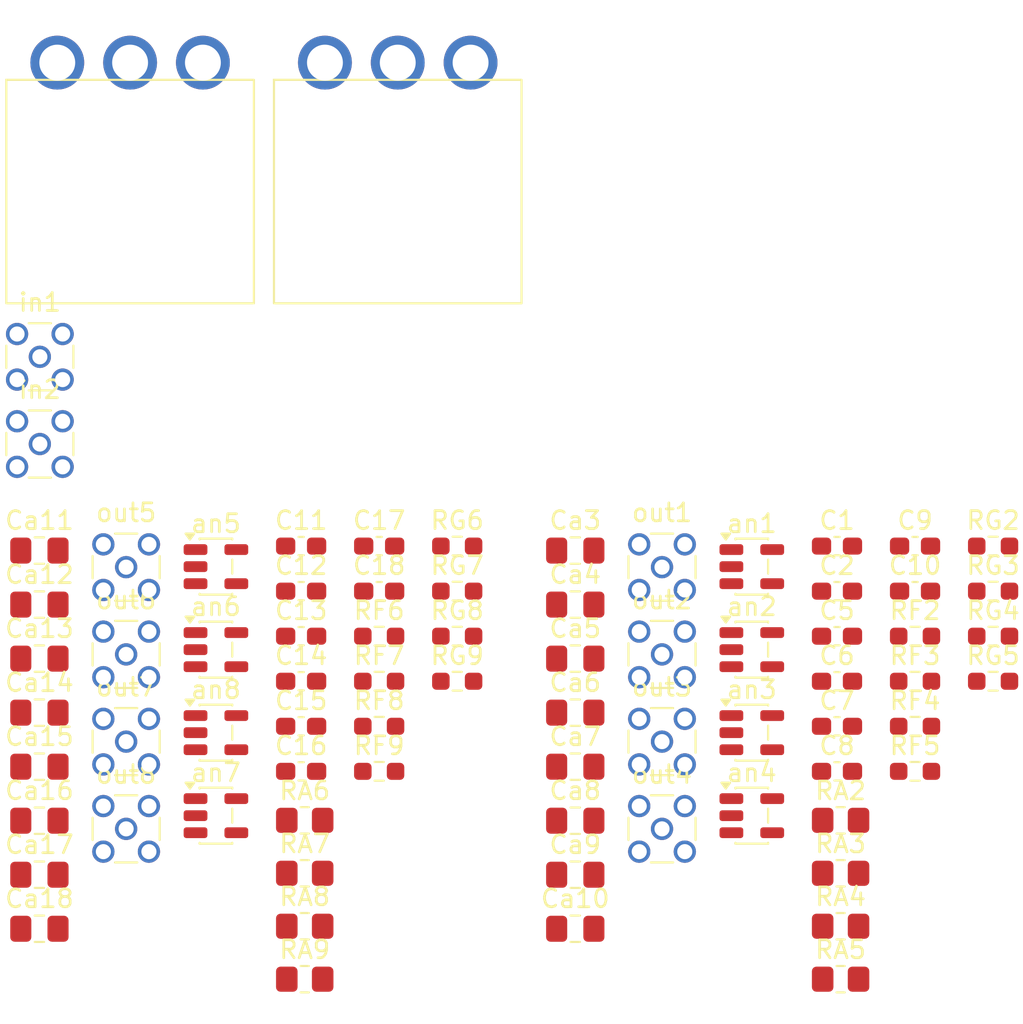
<source format=kicad_pcb>
(kicad_pcb (version 20241229) (generator "pcbnew") (generator_version "9.0")
  (layers (0 "F.Cu" signal) (2 "B.Cu" signal) (13 "F.Paste" user) (15 "B.Paste" user) (5 "F.SilkS" user "F.Silkscreen") (7 "B.SilkS" user "B.Silkscreen") (1 "F.Mask" user) (3 "B.Mask" user) (25 "Edge.Cuts" user))
  (net 0 "")
  (net 1 "+BATT 1")
  (net 2 "/LeftIn")
  (net 3 "Net-(an2--)")
  (net 4 "Net-(out1-In)")
  (net 5 "-BATT 1")
  (net 6 "Net-(out2-In)")
  (net 7 "Net-(an3--)")
  (net 8 "Net-(out3-In)")
  (net 9 "Net-(an4--)")
  (net 10 "Net-(out4-In)")
  (net 11 "Net-(an5--)")
  (net 12 "Net-(an6--)")
  (net 13 "/RightIn")
  (net 14 "+BATT 2")
  (net 15 "-BATT 2")
  (net 16 "Net-(out5-In)")
  (net 17 "Net-(out6-In)")
  (net 18 "Net-(an7--)")
  (net 19 "Net-(out8-In)")
  (net 20 "Net-(an8--)")
  (net 21 "Net-(out7-In)")
  (net 22 "GND")
  (net 23 "Net-(an1--)")
  (footprint "Capacitor_SMD:C_0805_2012Metric_Pad1.18x1.45mm_HandSolder" (layer "F.Cu") (at 22.94 64.68)
    (property "Reference" "Ca17" (at 0 -1.68 0) (layer "F.SilkS"))
    (property "Value" "6.8uF")
    (pad "1" smd roundrect (at -1.0375 0) (size 1.175 1.45) (layers "F.Cu" "F.Mask" "F.Paste") (roundrect_rratio 0.212766) (net 14 "+BATT 2"))
    (pad "2" smd roundrect (at 1.0375 0) (size 1.175 1.45) (layers "F.Cu" "F.Mask" "F.Paste") (roundrect_rratio 0.212766) (net 22 "GND"))
  )
  (footprint "Capacitor_SMD:C_0805_2012Metric_Pad1.18x1.45mm_HandSolder" (layer "F.Cu") (at 22.94 49.63)
    (property "Reference" "Ca12" (at 0 -1.68 0) (layer "F.SilkS"))
    (property "Value" "6.8uF")
    (pad "1" smd roundrect (at -1.0375 0) (size 1.175 1.45) (layers "F.Cu" "F.Mask" "F.Paste") (roundrect_rratio 0.212766) (net 22 "GND"))
    (pad "2" smd roundrect (at 1.0375 0) (size 1.175 1.45) (layers "F.Cu" "F.Mask" "F.Paste") (roundrect_rratio 0.212766) (net 15 "-BATT 2"))
  )
  (footprint "Package_TO_SOT_SMD:SOT-23-5" (layer "F.Cu") (at 62.65 47.515)
    (property "Reference" "an1" (at 0 -2.4 0) (layer "F.SilkS"))
    (property "Value" "LMH6702MF")
    (pad "1" smd roundrect (at -1.1375 -0.95) (size 1.325 0.6) (layers "F.Cu" "F.Mask" "F.Paste") (net 4 "Net-(out1-In)"))
    (pad "2" smd roundrect (at -1.1375 0) (size 1.325 0.6) (layers "F.Cu" "F.Mask" "F.Paste") (net 5 "-BATT 1"))
    (pad "3" smd roundrect (at -1.1375 0.95) (size 1.325 0.6) (layers "F.Cu" "F.Mask" "F.Paste") (net 2 "/LeftIn"))
    (pad "4" smd roundrect (at 1.1375 0.95) (size 1.325 0.6) (layers "F.Cu" "F.Mask" "F.Paste") (net 23 "Net-(an1--)"))
    (pad "5" smd roundrect (at 1.1375 -0.95) (size 1.325 0.6) (layers "F.Cu" "F.Mask" "F.Paste") (net 1 "+BATT 1"))
  )
  (footprint "kicad-mza:MMCX_Molex_73415-1471_Vertical" (layer "F.Cu") (at 27.775 62.125)
    (property "Reference" "out8" (at 0 -3.0368 180) (layer "F.SilkS"))
    (property "Value" "Conn_Coaxial" (hide yes))
    (pad "1" thru_hole circle (at 0 0) (size 1.24 1.24) (drill 0.84) (layers "*.Cu" "*.Mask") (net 19 "Net-(out8-In)"))
    (pad "2" thru_hole circle (at -1.27 -1.27) (size 1.24 1.24) (drill 0.84) (layers "*.Cu" "*.Mask") (net 22 "GND"))
    (pad "2" thru_hole circle (at -1.27 1.27) (size 1.24 1.24) (drill 0.84) (layers "*.Cu" "*.Mask") (net 22 "GND"))
    (pad "2" thru_hole circle (at 1.27 -1.27) (size 1.24 1.24) (drill 0.84) (layers "*.Cu" "*.Mask") (net 22 "GND"))
    (pad "2" thru_hole circle (at 1.27 1.27) (size 1.24 1.24) (drill 0.84) (layers "*.Cu" "*.Mask") (net 22 "GND"))
  )
  (footprint "Resistor_SMD:R_0603_1608Metric_Pad0.98x0.95mm_HandSolder" (layer "F.Cu") (at 76.1 51.39)
    (property "Reference" "RG4" (at 0 -1.43 0) (layer "F.SilkS"))
    (property "Value" "560")
    (pad "1" smd roundrect (at -0.9125 0) (size 0.975 0.95) (layers "F.Cu" "F.Mask" "F.Paste") (net 22 "GND"))
    (pad "2" smd roundrect (at 0.9125 0) (size 0.975 0.95) (layers "F.Cu" "F.Mask" "F.Paste") (net 7 "Net-(an3--)"))
  )
  (footprint "Resistor_SMD:R_0805_2012Metric_Pad1.20x1.40mm_HandSolder" (layer "F.Cu") (at 37.73 64.6)
    (property "Reference" "RA7" (at 0 -1.65 0) (layer "F.SilkS"))
    (property "Value" "50")
    (pad "1" smd roundrect (at -1 0) (size 1.2 1.4) (layers "F.Cu" "F.Mask" "F.Paste") (roundrect_rratio 0.208333) (net 13 "/RightIn"))
    (pad "2" smd roundrect (at 1 0) (size 1.2 1.4) (layers "F.Cu" "F.Mask" "F.Paste") (roundrect_rratio 0.208333) (net 22 "GND"))
  )
  (footprint "Capacitor_SMD:C_0805_2012Metric_Pad1.18x1.45mm_HandSolder" (layer "F.Cu") (at 22.94 55.65)
    (property "Reference" "Ca14" (at 0 -1.68 0) (layer "F.SilkS"))
    (property "Value" "6.8uF")
    (pad "1" smd roundrect (at -1.0375 0) (size 1.175 1.45) (layers "F.Cu" "F.Mask" "F.Paste") (roundrect_rratio 0.212766) (net 22 "GND"))
    (pad "2" smd roundrect (at 1.0375 0) (size 1.175 1.45) (layers "F.Cu" "F.Mask" "F.Paste") (roundrect_rratio 0.212766) (net 15 "-BATT 2"))
  )
  (footprint "Capacitor_SMD:C_0603_1608Metric_Pad1.08x0.95mm_HandSolder" (layer "F.Cu") (at 67.4 46.37)
    (property "Reference" "C1" (at 0 -1.43 0) (layer "F.SilkS"))
    (property "Value" "47nF")
    (pad "1" smd roundrect (at -0.8625 0) (size 1.075 0.95) (layers "F.Cu" "F.Mask" "F.Paste") (net 22 "GND"))
    (pad "2" smd roundrect (at 0.8625 0) (size 1.075 0.95) (layers "F.Cu" "F.Mask" "F.Paste") (net 1 "+BATT 1"))
  )
  (footprint "Capacitor_SMD:C_0603_1608Metric_Pad1.08x0.95mm_HandSolder" (layer "F.Cu") (at 37.53 48.88)
    (property "Reference" "C12" (at 0 -1.43 0) (layer "F.SilkS"))
    (property "Value" "47nF")
    (pad "1" smd roundrect (at -0.8625 0) (size 1.075 0.95) (layers "F.Cu" "F.Mask" "F.Paste") (net 15 "-BATT 2"))
    (pad "2" smd roundrect (at 0.8625 0) (size 1.075 0.95) (layers "F.Cu" "F.Mask" "F.Paste") (net 22 "GND"))
  )
  (footprint "Resistor_SMD:R_0603_1608Metric_Pad0.98x0.95mm_HandSolder" (layer "F.Cu") (at 76.1 46.37)
    (property "Reference" "RG2" (at 0 -1.43 0) (layer "F.SilkS"))
    (property "Value" "560")
    (pad "1" smd roundrect (at -0.9125 0) (size 0.975 0.95) (layers "F.Cu" "F.Mask" "F.Paste") (net 22 "GND"))
    (pad "2" smd roundrect (at 0.9125 0) (size 0.975 0.95) (layers "F.Cu" "F.Mask" "F.Paste") (net 23 "Net-(an1--)"))
  )
  (footprint "Capacitor_SMD:C_0805_2012Metric_Pad1.18x1.45mm_HandSolder" (layer "F.Cu") (at 22.94 46.62)
    (property "Reference" "Ca11" (at 0 -1.68 0) (layer "F.SilkS"))
    (property "Value" "6.8uF")
    (pad "1" smd roundrect (at -1.0375 0) (size 1.175 1.45) (layers "F.Cu" "F.Mask" "F.Paste") (roundrect_rratio 0.212766) (net 14 "+BATT 2"))
    (pad "2" smd roundrect (at 1.0375 0) (size 1.175 1.45) (layers "F.Cu" "F.Mask" "F.Paste") (roundrect_rratio 0.212766) (net 22 "GND"))
  )
  (footprint "Capacitor_SMD:C_0805_2012Metric_Pad1.18x1.45mm_HandSolder" (layer "F.Cu") (at 52.81 64.68)
    (property "Reference" "Ca9" (at 0 -1.68 0) (layer "F.SilkS"))
    (property "Value" "6.8uF")
    (pad "1" smd roundrect (at -1.0375 0) (size 1.175 1.45) (layers "F.Cu" "F.Mask" "F.Paste") (roundrect_rratio 0.212766) (net 1 "+BATT 1"))
    (pad "2" smd roundrect (at 1.0375 0) (size 1.175 1.45) (layers "F.Cu" "F.Mask" "F.Paste") (roundrect_rratio 0.212766) (net 22 "GND"))
  )
  (footprint "Resistor_SMD:R_0805_2012Metric_Pad1.20x1.40mm_HandSolder" (layer "F.Cu") (at 67.6 67.55)
    (property "Reference" "RA4" (at 0 -1.65 0) (layer "F.SilkS"))
    (property "Value" "50")
    (pad "1" smd roundrect (at -1 0) (size 1.2 1.4) (layers "F.Cu" "F.Mask" "F.Paste") (roundrect_rratio 0.208333) (net 2 "/LeftIn"))
    (pad "2" smd roundrect (at 1 0) (size 1.2 1.4) (layers "F.Cu" "F.Mask" "F.Paste") (roundrect_rratio 0.208333) (net 22 "GND"))
  )
  (footprint "Capacitor_SMD:C_0603_1608Metric_Pad1.08x0.95mm_HandSolder" (layer "F.Cu") (at 37.53 58.92)
    (property "Reference" "C16" (at 0 -1.43 0) (layer "F.SilkS"))
    (property "Value" "47nF")
    (pad "1" smd roundrect (at -0.8625 0) (size 1.075 0.95) (layers "F.Cu" "F.Mask" "F.Paste") (net 15 "-BATT 2"))
    (pad "2" smd roundrect (at 0.8625 0) (size 1.075 0.95) (layers "F.Cu" "F.Mask" "F.Paste") (net 22 "GND"))
  )
  (footprint "Resistor_SMD:R_0603_1608Metric_Pad0.98x0.95mm_HandSolder" (layer "F.Cu") (at 41.88 53.9)
    (property "Reference" "RF7" (at 0 -1.43 0) (layer "F.SilkS"))
    (property "Value" "560")
    (pad "1" smd roundrect (at -0.9125 0) (size 0.975 0.95) (layers "F.Cu" "F.Mask" "F.Paste") (net 12 "Net-(an6--)"))
    (pad "2" smd roundrect (at 0.9125 0) (size 0.975 0.95) (layers "F.Cu" "F.Mask" "F.Paste") (net 17 "Net-(out6-In)"))
  )
  (footprint "Package_TO_SOT_SMD:SOT-23-5" (layer "F.Cu") (at 32.78 61.39)
    (property "Reference" "an7" (at 0 -2.4 0) (layer "F.SilkS"))
    (property "Value" "LMH6702MF")
    (pad "1" smd roundrect (at -1.1375 -0.95) (size 1.325 0.6) (layers "F.Cu" "F.Mask" "F.Paste") (net 21 "Net-(out7-In)"))
    (pad "2" smd roundrect (at -1.1375 0) (size 1.325 0.6) (layers "F.Cu" "F.Mask" "F.Paste") (net 15 "-BATT 2"))
    (pad "3" smd roundrect (at -1.1375 0.95) (size 1.325 0.6) (layers "F.Cu" "F.Mask" "F.Paste") (net 13 "/RightIn"))
    (pad "4" smd roundrect (at 1.1375 0.95) (size 1.325 0.6) (layers "F.Cu" "F.Mask" "F.Paste") (net 18 "Net-(an7--)"))
    (pad "5" smd roundrect (at 1.1375 -0.95) (size 1.325 0.6) (layers "F.Cu" "F.Mask" "F.Paste") (net 14 "+BATT 2"))
  )
  (footprint "Capacitor_SMD:C_0603_1608Metric_Pad1.08x0.95mm_HandSolder" (layer "F.Cu") (at 67.4 56.41)
    (property "Reference" "C7" (at 0 -1.43 0) (layer "F.SilkS"))
    (property "Value" "47nF")
    (pad "1" smd roundrect (at -0.8625 0) (size 1.075 0.95) (layers "F.Cu" "F.Mask" "F.Paste") (net 22 "GND"))
    (pad "2" smd roundrect (at 0.8625 0) (size 1.075 0.95) (layers "F.Cu" "F.Mask" "F.Paste") (net 1 "+BATT 1"))
  )
  (footprint "Resistor_SMD:R_0805_2012Metric_Pad1.20x1.40mm_HandSolder" (layer "F.Cu") (at 67.6 64.6)
    (property "Reference" "RA3" (at 0 -1.65 0) (layer "F.SilkS"))
    (property "Value" "50")
    (pad "1" smd roundrect (at -1 0) (size 1.2 1.4) (layers "F.Cu" "F.Mask" "F.Paste") (roundrect_rratio 0.208333) (net 2 "/LeftIn"))
    (pad "2" smd roundrect (at 1 0) (size 1.2 1.4) (layers "F.Cu" "F.Mask" "F.Paste") (roundrect_rratio 0.208333) (net 22 "GND"))
  )
  (footprint "Capacitor_SMD:C_0805_2012Metric_Pad1.18x1.45mm_HandSolder" (layer "F.Cu") (at 52.81 49.63)
    (property "Reference" "Ca4" (at 0 -1.68 0) (layer "F.SilkS"))
    (property "Value" "6.8uF")
    (pad "1" smd roundrect (at -1.0375 0) (size 1.175 1.45) (layers "F.Cu" "F.Mask" "F.Paste") (roundrect_rratio 0.212766) (net 22 "GND"))
    (pad "2" smd roundrect (at 1.0375 0) (size 1.175 1.45) (layers "F.Cu" "F.Mask" "F.Paste") (roundrect_rratio 0.212766) (net 5 "-BATT 1"))
  )
  (footprint "Resistor_SMD:R_0603_1608Metric_Pad0.98x0.95mm_HandSolder" (layer "F.Cu") (at 71.75 58.92)
    (property "Reference" "RF5" (at 0 -1.43 0) (layer "F.SilkS"))
    (property "Value" "560")
    (pad "1" smd roundrect (at -0.9125 0) (size 0.975 0.95) (layers "F.Cu" "F.Mask" "F.Paste") (net 9 "Net-(an4--)"))
    (pad "2" smd roundrect (at 0.9125 0) (size 0.975 0.95) (layers "F.Cu" "F.Mask" "F.Paste") (net 10 "Net-(out4-In)"))
  )
  (footprint "Capacitor_SMD:C_0805_2012Metric_Pad1.18x1.45mm_HandSolder" (layer "F.Cu") (at 22.94 61.67)
    (property "Reference" "Ca16" (at 0 -1.68 0) (layer "F.SilkS"))
    (property "Value" "6.8uF")
    (pad "1" smd roundrect (at -1.0375 0) (size 1.175 1.45) (layers "F.Cu" "F.Mask" "F.Paste") (roundrect_rratio 0.212766) (net 22 "GND"))
    (pad "2" smd roundrect (at 1.0375 0) (size 1.175 1.45) (layers "F.Cu" "F.Mask" "F.Paste") (roundrect_rratio 0.212766) (net 15 "-BATT 2"))
  )
  (footprint "Capacitor_SMD:C_0805_2012Metric_Pad1.18x1.45mm_HandSolder" (layer "F.Cu") (at 22.94 67.69)
    (property "Reference" "Ca18" (at 0 -1.68 0) (layer "F.SilkS"))
    (property "Value" "6.8uF")
    (pad "1" smd roundrect (at -1.0375 0) (size 1.175 1.45) (layers "F.Cu" "F.Mask" "F.Paste") (roundrect_rratio 0.212766) (net 22 "GND"))
    (pad "2" smd roundrect (at 1.0375 0) (size 1.175 1.45) (layers "F.Cu" "F.Mask" "F.Paste") (roundrect_rratio 0.212766) (net 15 "-BATT 2"))
  )
  (footprint "Resistor_SMD:R_0603_1608Metric_Pad0.98x0.95mm_HandSolder" (layer "F.Cu") (at 71.75 56.41)
    (property "Reference" "RF4" (at 0 -1.43 0) (layer "F.SilkS"))
    (property "Value" "560")
    (pad "1" smd roundrect (at -0.9125 0) (size 0.975 0.95) (layers "F.Cu" "F.Mask" "F.Paste") (net 7 "Net-(an3--)"))
    (pad "2" smd roundrect (at 0.9125 0) (size 0.975 0.95) (layers "F.Cu" "F.Mask" "F.Paste") (net 8 "Net-(out3-In)"))
  )
  (footprint "Package_TO_SOT_SMD:SOT-23-5" (layer "F.Cu") (at 62.65 52.14)
    (property "Reference" "an2" (at 0 -2.4 0) (layer "F.SilkS"))
    (property "Value" "LMH6702MF")
    (pad "1" smd roundrect (at -1.1375 -0.95) (size 1.325 0.6) (layers "F.Cu" "F.Mask" "F.Paste") (net 6 "Net-(out2-In)"))
    (pad "2" smd roundrect (at -1.1375 0) (size 1.325 0.6) (layers "F.Cu" "F.Mask" "F.Paste") (net 5 "-BATT 1"))
    (pad "3" smd roundrect (at -1.1375 0.95) (size 1.325 0.6) (layers "F.Cu" "F.Mask" "F.Paste") (net 2 "/LeftIn"))
    (pad "4" smd roundrect (at 1.1375 0.95) (size 1.325 0.6) (layers "F.Cu" "F.Mask" "F.Paste") (net 3 "Net-(an2--)"))
    (pad "5" smd roundrect (at 1.1375 -0.95) (size 1.325 0.6) (layers "F.Cu" "F.Mask" "F.Paste") (net 1 "+BATT 1"))
  )
  (footprint "Capacitor_SMD:C_0805_2012Metric_Pad1.18x1.45mm_HandSolder" (layer "F.Cu") (at 52.81 46.62)
    (property "Reference" "Ca3" (at 0 -1.68 0) (layer "F.SilkS"))
    (property "Value" "6.8uF")
    (pad "1" smd roundrect (at -1.0375 0) (size 1.175 1.45) (layers "F.Cu" "F.Mask" "F.Paste") (roundrect_rratio 0.212766) (net 1 "+BATT 1"))
    (pad "2" smd roundrect (at 1.0375 0) (size 1.175 1.45) (layers "F.Cu" "F.Mask" "F.Paste") (roundrect_rratio 0.212766) (net 22 "GND"))
  )
  (footprint "Capacitor_SMD:C_0603_1608Metric_Pad1.08x0.95mm_HandSolder" (layer "F.Cu") (at 41.88 46.37)
    (property "Reference" "C17" (at 0 -1.43 0) (layer "F.SilkS"))
    (property "Value" "47nF")
    (pad "1" smd roundrect (at -0.8625 0) (size 1.075 0.95) (layers "F.Cu" "F.Mask" "F.Paste") (net 22 "GND"))
    (pad "2" smd roundrect (at 0.8625 0) (size 1.075 0.95) (layers "F.Cu" "F.Mask" "F.Paste") (net 14 "+BATT 2"))
  )
  (footprint "Package_TO_SOT_SMD:SOT-23-5" (layer "F.Cu") (at 32.78 56.765)
    (property "Reference" "an8" (at 0 -2.4 0) (layer "F.SilkS"))
    (property "Value" "LMH6702MF")
    (pad "1" smd roundrect (at -1.1375 -0.95) (size 1.325 0.6) (layers "F.Cu" "F.Mask" "F.Paste") (net 19 "Net-(out8-In)"))
    (pad "2" smd roundrect (at -1.1375 0) (size 1.325 0.6) (layers "F.Cu" "F.Mask" "F.Paste") (net 15 "-BATT 2"))
    (pad "3" smd roundrect (at -1.1375 0.95) (size 1.325 0.6) (layers "F.Cu" "F.Mask" "F.Paste") (net 13 "/RightIn"))
    (pad "4" smd roundrect (at 1.1375 0.95) (size 1.325 0.6) (layers "F.Cu" "F.Mask" "F.Paste") (net 20 "Net-(an8--)"))
    (pad "5" smd roundrect (at 1.1375 -0.95) (size 1.325 0.6) (layers "F.Cu" "F.Mask" "F.Paste") (net 14 "+BATT 2"))
  )
  (footprint "Capacitor_SMD:C_0603_1608Metric_Pad1.08x0.95mm_HandSolder" (layer "F.Cu") (at 37.53 46.37)
    (property "Reference" "C11" (at 0 -1.43 0) (layer "F.SilkS"))
    (property "Value" "47nF")
    (pad "1" smd roundrect (at -0.8625 0) (size 1.075 0.95) (layers "F.Cu" "F.Mask" "F.Paste") (net 22 "GND"))
    (pad "2" smd roundrect (at 0.8625 0) (size 1.075 0.95) (layers "F.Cu" "F.Mask" "F.Paste") (net 14 "+BATT 2"))
  )
  (footprint "Capacitor_SMD:C_0603_1608Metric_Pad1.08x0.95mm_HandSolder" (layer "F.Cu") (at 67.4 48.88)
    (property "Reference" "C2" (at 0 -1.43 0) (layer "F.SilkS"))
    (property "Value" "47nF")
    (pad "1" smd roundrect (at -0.8625 0) (size 1.075 0.95) (layers "F.Cu" "F.Mask" "F.Paste") (net 5 "-BATT 1"))
    (pad "2" smd roundrect (at 0.8625 0) (size 1.075 0.95) (layers "F.Cu" "F.Mask" "F.Paste") (net 22 "GND"))
  )
  (footprint "Capacitor_SMD:C_0603_1608Metric_Pad1.08x0.95mm_HandSolder" (layer "F.Cu") (at 41.88 48.88)
    (property "Reference" "C18" (at 0 -1.43 0) (layer "F.SilkS"))
    (property "Value" "47nF")
    (pad "1" smd roundrect (at -0.8625 0) (size 1.075 0.95) (layers "F.Cu" "F.Mask" "F.Paste") (net 15 "-BATT 2"))
    (pad "2" smd roundrect (at 0.8625 0) (size 1.075 0.95) (layers "F.Cu" "F.Mask" "F.Paste") (net 22 "GND"))
  )
  (footprint "kicad-mza:MMCX_Molex_73415-1471_Vertical" (layer "F.Cu") (at 22.965 40.685)
    (property "Reference" "in2" (at 0 -3.0368 180) (layer "F.SilkS"))
    (property "Value" "Conn_Coaxial" (hide yes))
    (pad "1" thru_hole circle (at 0 0) (size 1.24 1.24) (drill 0.84) (layers "*.Cu" "*.Mask") (net 13 "/RightIn"))
    (pad "2" thru_hole circle (at -1.27 -1.27) (size 1.24 1.24) (drill 0.84) (layers "*.Cu" "*.Mask") (net 22 "GND"))
    (pad "2" thru_hole circle (at -1.27 1.27) (size 1.24 1.24) (drill 0.84) (layers "*.Cu" "*.Mask") (net 22 "GND"))
    (pad "2" thru_hole circle (at 1.27 -1.27) (size 1.24 1.24) (drill 0.84) (layers "*.Cu" "*.Mask") (net 22 "GND"))
    (pad "2" thru_hole circle (at 1.27 1.27) (size 1.24 1.24) (drill 0.84) (layers "*.Cu" "*.Mask") (net 22 "GND"))
  )
  (footprint "Capacitor_SMD:C_0805_2012Metric_Pad1.18x1.45mm_HandSolder" (layer "F.Cu") (at 52.81 61.67)
    (property "Reference" "Ca8" (at 0 -1.68 0) (layer "F.SilkS"))
    (property "Value" "6.8uF")
    (pad "1" smd roundrect (at -1.0375 0) (size 1.175 1.45) (layers "F.Cu" "F.Mask" "F.Paste") (roundrect_rratio 0.212766) (net 22 "GND"))
    (pad "2" smd roundrect (at 1.0375 0) (size 1.175 1.45) (layers "F.Cu" "F.Mask" "F.Paste") (roundrect_rratio 0.212766) (net 5 "-BATT 1"))
  )
  (footprint "Resistor_SMD:R_0805_2012Metric_Pad1.20x1.40mm_HandSolder" (layer "F.Cu") (at 67.6 70.5)
    (property "Reference" "RA5" (at 0 -1.65 0) (layer "F.SilkS"))
    (property "Value" "50")
    (pad "1" smd roundrect (at -1 0) (size 1.2 1.4) (layers "F.Cu" "F.Mask" "F.Paste") (roundrect_rratio 0.208333) (net 2 "/LeftIn"))
    (pad "2" smd roundrect (at 1 0) (size 1.2 1.4) (layers "F.Cu" "F.Mask" "F.Paste") (roundrect_rratio 0.208333) (net 22 "GND"))
  )
  (footprint "Resistor_SMD:R_0603_1608Metric_Pad0.98x0.95mm_HandSolder" (layer "F.Cu") (at 76.1 48.88)
    (property "Reference" "RG3" (at 0 -1.43 0) (layer "F.SilkS"))
    (property "Value" "560")
    (pad "1" smd roundrect (at -0.9125 0) (size 0.975 0.95) (layers "F.Cu" "F.Mask" "F.Paste") (net 22 "GND"))
    (pad "2" smd roundrect (at 0.9125 0) (size 0.975 0.95) (layers "F.Cu" "F.Mask" "F.Paste") (net 3 "Net-(an2--)"))
  )
  (footprint "Package_TO_SOT_SMD:SOT-23-5" (layer "F.Cu") (at 62.65 56.765)
    (property "Reference" "an3" (at 0 -2.4 0) (layer "F.SilkS"))
    (property "Value" "LMH6702MF")
    (pad "1" smd roundrect (at -1.1375 -0.95) (size 1.325 0.6) (layers "F.Cu" "F.Mask" "F.Paste") (net 8 "Net-(out3-In)"))
    (pad "2" smd roundrect (at -1.1375 0) (size 1.325 0.6) (layers "F.Cu" "F.Mask" "F.Paste") (net 5 "-BATT 1"))
    (pad "3" smd roundrect (at -1.1375 0.95) (size 1.325 0.6) (layers "F.Cu" "F.Mask" "F.Paste") (net 2 "/LeftIn"))
    (pad "4" smd roundrect (at 1.1375 0.95) (size 1.325 0.6) (layers "F.Cu" "F.Mask" "F.Paste") (net 7 "Net-(an3--)"))
    (pad "5" smd roundrect (at 1.1375 -0.95) (size 1.325 0.6) (layers "F.Cu" "F.Mask" "F.Paste") (net 1 "+BATT 1"))
  )
  (footprint "Capacitor_SMD:C_0603_1608Metric_Pad1.08x0.95mm_HandSolder" (layer "F.Cu") (at 37.53 53.9)
    (property "Reference" "C14" (at 0 -1.43 0) (layer "F.SilkS"))
    (property "Value" "47nF")
    (pad "1" smd roundrect (at -0.8625 0) (size 1.075 0.95) (layers "F.Cu" "F.Mask" "F.Paste") (net 15 "-BATT 2"))
    (pad "2" smd roundrect (at 0.8625 0) (size 1.075 0.95) (layers "F.Cu" "F.Mask" "F.Paste") (net 22 "GND"))
  )
  (footprint "Resistor_SMD:R_0603_1608Metric_Pad0.98x0.95mm_HandSolder" (layer "F.Cu") (at 46.23 48.88)
    (property "Reference" "RG7" (at 0 -1.43 0) (layer "F.SilkS"))
    (property "Value" "560")
    (pad "1" smd roundrect (at -0.9125 0) (size 0.975 0.95) (layers "F.Cu" "F.Mask" "F.Paste") (net 22 "GND"))
    (pad "2" smd roundrect (at 0.9125 0) (size 0.975 0.95) (layers "F.Cu" "F.Mask" "F.Paste") (net 12 "Net-(an6--)"))
  )
  (footprint "Resistor_SMD:R_0603_1608Metric_Pad0.98x0.95mm_HandSolder" (layer "F.Cu") (at 71.75 51.39)
    (property "Reference" "RF2" (at 0 -1.43 0) (layer "F.SilkS"))
    (property "Value" "560")
    (pad "1" smd roundrect (at -0.9125 0) (size 0.975 0.95) (layers "F.Cu" "F.Mask" "F.Paste") (net 23 "Net-(an1--)"))
    (pad "2" smd roundrect (at 0.9125 0) (size 0.975 0.95) (layers "F.Cu" "F.Mask" "F.Paste") (net 4 "Net-(out1-In)"))
  )
  (footprint "Resistor_SMD:R_0603_1608Metric_Pad0.98x0.95mm_HandSolder" (layer "F.Cu") (at 41.88 58.92)
    (property "Reference" "RF9" (at 0 -1.43 0) (layer "F.SilkS"))
    (property "Value" "560")
    (pad "1" smd roundrect (at -0.9125 0) (size 0.975 0.95) (layers "F.Cu" "F.Mask" "F.Paste") (net 18 "Net-(an7--)"))
    (pad "2" smd roundrect (at 0.9125 0) (size 0.975 0.95) (layers "F.Cu" "F.Mask" "F.Paste") (net 21 "Net-(out7-In)"))
  )
  (footprint "Capacitor_SMD:C_0805_2012Metric_Pad1.18x1.45mm_HandSolder" (layer "F.Cu") (at 52.81 55.65)
    (property "Reference" "Ca6" (at 0 -1.68 0) (layer "F.SilkS"))
    (property "Value" "6.8uF")
    (pad "1" smd roundrect (at -1.0375 0) (size 1.175 1.45) (layers "F.Cu" "F.Mask" "F.Paste") (roundrect_rratio 0.212766) (net 22 "GND"))
    (pad "2" smd roundrect (at 1.0375 0) (size 1.175 1.45) (layers "F.Cu" "F.Mask" "F.Paste") (roundrect_rratio 0.212766) (net 5 "-BATT 1"))
  )
  (footprint "kicad-mza:MMCX_Molex_73415-1471_Vertical" (layer "F.Cu") (at 22.965 35.825)
    (property "Reference" "in1" (at 0 -3.0368 180) (layer "F.SilkS"))
    (property "Value" "Conn_Coaxial" (hide yes))
    (pad "1" thru_hole circle (at 0 0) (size 1.24 1.24) (drill 0.84) (layers "*.Cu" "*.Mask") (net 2 "/LeftIn"))
    (pad "2" thru_hole circle (at -1.27 -1.27) (size 1.24 1.24) (drill 0.84) (layers "*.Cu" "*.Mask") (net 22 "GND"))
    (pad "2" thru_hole circle (at -1.27 1.27) (size 1.24 1.24) (drill 0.84) (layers "*.Cu" "*.Mask") (net 22 "GND"))
    (pad "2" thru_hole circle (at 1.27 -1.27) (size 1.24 1.24) (drill 0.84) (layers "*.Cu" "*.Mask") (net 22 "GND"))
    (pad "2" thru_hole circle (at 1.27 1.27) (size 1.24 1.24) (drill 0.84) (layers "*.Cu" "*.Mask") (net 22 "GND"))
  )
  (footprint "Package_TO_SOT_SMD:SOT-23-5" (layer "F.Cu") (at 62.65 61.39)
    (property "Reference" "an4" (at 0 -2.4 0) (layer "F.SilkS"))
    (property "Value" "LMH6702MF")
    (pad "1" smd roundrect (at -1.1375 -0.95) (size 1.325 0.6) (layers "F.Cu" "F.Mask" "F.Paste") (net 10 "Net-(out4-In)"))
    (pad "2" smd roundrect (at -1.1375 0) (size 1.325 0.6) (layers "F.Cu" "F.Mask" "F.Paste") (net 5 "-BATT 1"))
    (pad "3" smd roundrect (at -1.1375 0.95) (size 1.325 0.6) (layers "F.Cu" "F.Mask" "F.Paste") (net 2 "/LeftIn"))
    (pad "4" smd roundrect (at 1.1375 0.95) (size 1.325 0.6) (layers "F.Cu" "F.Mask" "F.Paste") (net 9 "Net-(an4--)"))
    (pad "5" smd roundrect (at 1.1375 -0.95) (size 1.325 0.6) (layers "F.Cu" "F.Mask" "F.Paste") (net 1 "+BATT 1"))
  )
  (footprint "kicad-mza:MMCX_Molex_73415-1471_Vertical" (layer "F.Cu") (at 57.645 52.405)
    (property "Reference" "out2" (at 0 -3.0368 180) (layer "F.SilkS"))
    (property "Value" "Conn_Coaxial" (hide yes))
    (pad "1" thru_hole circle (at 0 0) (size 1.24 1.24) (drill 0.84) (layers "*.Cu" "*.Mask") (net 6 "Net-(out2-In)"))
    (pad "2" thru_hole circle (at -1.27 -1.27) (size 1.24 1.24) (drill 0.84) (layers "*.Cu" "*.Mask") (net 22 "GND"))
    (pad "2" thru_hole circle (at -1.27 1.27) (size 1.24 1.24) (drill 0.84) (layers "*.Cu" "*.Mask") (net 22 "GND"))
    (pad "2" thru_hole circle (at 1.27 -1.27) (size 1.24 1.24) (drill 0.84) (layers "*.Cu" "*.Mask") (net 22 "GND"))
    (pad "2" thru_hole circle (at 1.27 1.27) (size 1.24 1.24) (drill 0.84) (layers "*.Cu" "*.Mask") (net 22 "GND"))
  )
  (footprint "Capacitor_SMD:C_0603_1608Metric_Pad1.08x0.95mm_HandSolder" (layer "F.Cu") (at 37.53 51.39)
    (property "Reference" "C13" (at 0 -1.43 0) (layer "F.SilkS"))
    (property "Value" "47nF")
    (pad "1" smd roundrect (at -0.8625 0) (size 1.075 0.95) (layers "F.Cu" "F.Mask" "F.Paste") (net 22 "GND"))
    (pad "2" smd roundrect (at 0.8625 0) (size 1.075 0.95) (layers "F.Cu" "F.Mask" "F.Paste") (net 14 "+BATT 2"))
  )
  (footprint "Resistor_SMD:R_0805_2012Metric_Pad1.20x1.40mm_HandSolder" (layer "F.Cu") (at 67.6 61.65)
    (property "Reference" "RA2" (at 0 -1.65 0) (layer "F.SilkS"))
    (property "Value" "50")
    (pad "1" smd roundrect (at -1 0) (size 1.2 1.4) (layers "F.Cu" "F.Mask" "F.Paste") (roundrect_rratio 0.208333) (net 2 "/LeftIn"))
    (pad "2" smd roundrect (at 1 0) (size 1.2 1.4) (layers "F.Cu" "F.Mask" "F.Paste") (roundrect_rratio 0.208333) (net 22 "GND"))
  )
  (footprint "Capacitor_SMD:C_0805_2012Metric_Pad1.18x1.45mm_HandSolder" (layer "F.Cu") (at 52.81 67.69)
    (property "Reference" "Ca10" (at 0 -1.68 0) (layer "F.SilkS"))
    (property "Value" "6.8uF")
    (pad "1" smd roundrect (at -1.0375 0) (size 1.175 1.45) (layers "F.Cu" "F.Mask" "F.Paste") (roundrect_rratio 0.212766) (net 22 "GND"))
    (pad "2" smd roundrect (at 1.0375 0) (size 1.175 1.45) (layers "F.Cu" "F.Mask" "F.Paste") (roundrect_rratio 0.212766) (net 5 "-BATT 1"))
  )
  (footprint "Capacitor_SMD:C_0603_1608Metric_Pad1.08x0.95mm_HandSolder" (layer "F.Cu") (at 67.4 58.92)
    (property "Reference" "C8" (at 0 -1.43 0) (layer "F.SilkS"))
    (property "Value" "47nF")
    (pad "1" smd roundrect (at -0.8625 0) (size 1.075 0.95) (layers "F.Cu" "F.Mask" "F.Paste") (net 5 "-BATT 1"))
    (pad "2" smd roundrect (at 0.8625 0) (size 1.075 0.95) (layers "F.Cu" "F.Mask" "F.Paste") (net 22 "GND"))
  )
  (footprint "kicad-mza:MMCX_Molex_73415-1471_Vertical" (layer "F.Cu") (at 57.645 47.545)
    (property "Reference" "out1" (at 0 -3.0368 180) (layer "F.SilkS"))
    (property "Value" "Conn_Coaxial" (hide yes))
    (pad "1" thru_hole circle (at 0 0) (size 1.24 1.24) (drill 0.84) (layers "*.Cu" "*.Mask") (net 4 "Net-(out1-In)"))
    (pad "2" thru_hole circle (at -1.27 -1.27) (size 1.24 1.24) (drill 0.84) (layers "*.Cu" "*.Mask") (net 22 "GND"))
    (pad "2" thru_hole circle (at -1.27 1.27) (size 1.24 1.24) (drill 0.84) (layers "*.Cu" "*.Mask") (net 22 "GND"))
    (pad "2" thru_hole circle (at 1.27 -1.27) (size 1.24 1.24) (drill 0.84) (layers "*.Cu" "*.Mask") (net 22 "GND"))
    (pad "2" thru_hole circle (at 1.27 1.27) (size 1.24 1.24) (drill 0.84) (layers "*.Cu" "*.Mask") (net 22 "GND"))
  )
  (footprint "Resistor_SMD:R_0603_1608Metric_Pad0.98x0.95mm_HandSolder" (layer "F.Cu") (at 76.1 53.9)
    (property "Reference" "RG5" (at 0 -1.43 0) (layer "F.SilkS"))
    (property "Value" "560")
    (pad "1" smd roundrect (at -0.9125 0) (size 0.975 0.95) (layers "F.Cu" "F.Mask" "F.Paste") (net 22 "GND"))
    (pad "2" smd roundrect (at 0.9125 0) (size 0.975 0.95) (layers "F.Cu" "F.Mask" "F.Paste") (net 9 "Net-(an4--)"))
  )
  (footprint "Capacitor_SMD:C_0805_2012Metric_Pad1.18x1.45mm_HandSolder" (layer "F.Cu") (at 52.81 52.64)
    (property "Reference" "Ca5" (at 0 -1.68 0) (layer "F.SilkS"))
    (property "Value" "6.8uF")
    (pad "1" smd roundrect (at -1.0375 0) (size 1.175 1.45) (layers "F.Cu" "F.Mask" "F.Paste") (roundrect_rratio 0.212766) (net 1 "+BATT 1"))
    (pad "2" smd roundrect (at 1.0375 0) (size 1.175 1.45) (layers "F.Cu" "F.Mask" "F.Paste") (roundrect_rratio 0.212766) (net 22 "GND"))
  )
  (footprint "Capacitor_SMD:C_0805_2012Metric_Pad1.18x1.45mm_HandSolder" (layer "F.Cu") (at 22.94 52.64)
    (property "Reference" "Ca13" (at 0 -1.68 0) (layer "F.SilkS"))
    (property "Value" "6.8uF")
    (pad "1" smd roundrect (at -1.0375 0) (size 1.175 1.45) (layers "F.Cu" "F.Mask" "F.Paste") (roundrect_rratio 0.212766) (net 14 "+BATT 2"))
    (pad "2" smd roundrect (at 1.0375 0) (size 1.175 1.45) (layers "F.Cu" "F.Mask" "F.Paste") (roundrect_rratio 0.212766) (net 22 "GND"))
  )
  (footprint "kicad-mza:MMCX_Molex_73415-1471_Vertical" (layer "F.Cu") (at 57.645 62.125)
    (property "Reference" "out4" (at 0 -3.0368 180) (layer "F.SilkS"))
    (property "Value" "Conn_Coaxial" (hide yes))
    (pad "1" thru_hole circle (at 0 0) (size 1.24 1.24) (drill 0.84) (layers "*.Cu" "*.Mask") (net 10 "Net-(out4-In)"))
    (pad "2" thru_hole circle (at -1.27 -1.27) (size 1.24 1.24) (drill 0.84) (layers "*.Cu" "*.Mask") (net 22 "GND"))
    (pad "2" thru_hole circle (at -1.27 1.27) (size 1.24 1.24) (drill 0.84) (layers "*.Cu" "*.Mask") (net 22 "GND"))
    (pad "2" thru_hole circle (at 1.27 -1.27) (size 1.24 1.24) (drill 0.84) (layers "*.Cu" "*.Mask") (net 22 "GND"))
    (pad "2" thru_hole circle (at 1.27 1.27) (size 1.24 1.24) (drill 0.84) (layers "*.Cu" "*.Mask") (net 22 "GND"))
  )
  (footprint "Capacitor_SMD:C_0603_1608Metric_Pad1.08x0.95mm_HandSolder" (layer "F.Cu") (at 71.75 48.88)
    (property "Reference" "C10" (at 0 -1.43 0) (layer "F.SilkS"))
    (property "Value" "47nF")
    (pad "1" smd roundrect (at -0.8625 0) (size 1.075 0.95) (layers "F.Cu" "F.Mask" "F.Paste") (net 5 "-BATT 1"))
    (pad "2" smd roundrect (at 0.8625 0) (size 1.075 0.95) (layers "F.Cu" "F.Mask" "F.Paste") (net 22 "GND"))
  )
  (footprint "Capacitor_SMD:C_0805_2012Metric_Pad1.18x1.45mm_HandSolder" (layer "F.Cu") (at 22.94 58.66)
    (property "Reference" "Ca15" (at 0 -1.68 0) (layer "F.SilkS"))
    (property "Value" "6.8uF")
    (pad "1" smd roundrect (at -1.0375 0) (size 1.175 1.45) (layers "F.Cu" "F.Mask" "F.Paste") (roundrect_rratio 0.212766) (net 14 "+BATT 2"))
    (pad "2" smd roundrect (at 1.0375 0) (size 1.175 1.45) (layers "F.Cu" "F.Mask" "F.Paste") (roundrect_rratio 0.212766) (net 22 "GND"))
  )
  (footprint "Resistor_SMD:R_0603_1608Metric_Pad0.98x0.95mm_HandSolder" (layer "F.Cu") (at 71.75 53.9)
    (property "Reference" "RF3" (at 0 -1.43 0) (layer "F.SilkS"))
    (property "Value" "560")
    (pad "1" smd roundrect (at -0.9125 0) (size 0.975 0.95) (layers "F.Cu" "F.Mask" "F.Paste") (net 3 "Net-(an2--)"))
    (pad "2" smd roundrect (at 0.9125 0) (size 0.975 0.95) (layers "F.Cu" "F.Mask" "F.Paste") (net 6 "Net-(out2-In)"))
  )
  (footprint "Capacitor_SMD:C_0603_1608Metric_Pad1.08x0.95mm_HandSolder" (layer "F.Cu") (at 67.4 53.9)
    (property "Reference" "C6" (at 0 -1.43 0) (layer "F.SilkS"))
    (property "Value" "47nF")
    (pad "1" smd roundrect (at -0.8625 0) (size 1.075 0.95) (layers "F.Cu" "F.Mask" "F.Paste") (net 5 "-BATT 1"))
    (pad "2" smd roundrect (at 0.8625 0) (size 1.075 0.95) (layers "F.Cu" "F.Mask" "F.Paste") (net 22 "GND"))
  )
  (footprint "Capacitor_SMD:C_0603_1608Metric_Pad1.08x0.95mm_HandSolder" (layer "F.Cu") (at 37.53 56.41)
    (property "Reference" "C15" (at 0 -1.43 0) (layer "F.SilkS"))
    (property "Value" "47nF")
    (pad "1" smd roundrect (at -0.8625 0) (size 1.075 0.95) (layers "F.Cu" "F.Mask" "F.Paste") (net 22 "GND"))
    (pad "2" smd roundrect (at 0.8625 0) (size 1.075 0.95) (layers "F.Cu" "F.Mask" "F.Paste") (net 14 "+BATT 2"))
  )
  (footprint "Resistor_SMD:R_0603_1608Metric_Pad0.98x0.95mm_HandSolder" (layer "F.Cu") (at 46.23 53.9)
    (property "Reference" "RG9" (at 0 -1.43 0) (layer "F.SilkS"))
    (property "Value" "560")
    (pad "1" smd roundrect (at -0.9125 0) (size 0.975 0.95) (layers "F.Cu" "F.Mask" "F.Paste") (net 22 "GND"))
    (pad "2" smd roundrect (at 0.9125 0) (size 0.975 0.95) (layers "F.Cu" "F.Mask" "F.Paste") (net 18 "Net-(an7--)"))
  )
  (footprint "Resistor_SMD:R_0805_2012Metric_Pad1.20x1.40mm_HandSolder" (layer "F.Cu") (at 37.73 67.55)
    (property "Reference" "RA8" (at 0 -1.65 0) (layer "F.SilkS"))
    (property "Value" "50")
    (pad "1" smd roundrect (at -1 0) (size 1.2 1.4) (layers "F.Cu" "F.Mask" "F.Paste") (roundrect_rratio 0.208333) (net 13 "/RightIn"))
    (pad "2" smd roundrect (at 1 0) (size 1.2 1.4) (layers "F.Cu" "F.Mask" "F.Paste") (roundrect_rratio 0.208333) (net 22 "GND"))
  )
  (footprint "Package_TO_SOT_SMD:SOT-23-5" (layer "F.Cu") (at 32.78 52.14)
    (property "Reference" "an6" (at 0 -2.4 0) (layer "F.SilkS"))
    (property "Value" "LMH6702MF")
    (pad "1" smd roundrect (at -1.1375 -0.95) (size 1.325 0.6) (layers "F.Cu" "F.Mask" "F.Paste") (net 17 "Net-(out6-In)"))
    (pad "2" smd roundrect (at -1.1375 0) (size 1.325 0.6) (layers "F.Cu" "F.Mask" "F.Paste") (net 15 "-BATT 2"))
    (pad "3" smd roundrect (at -1.1375 0.95) (size 1.325 0.6) (layers "F.Cu" "F.Mask" "F.Paste") (net 13 "/RightIn"))
    (pad "4" smd roundrect (at 1.1375 0.95) (size 1.325 0.6) (layers "F.Cu" "F.Mask" "F.Paste") (net 12 "Net-(an6--)"))
    (pad "5" smd roundrect (at 1.1375 -0.95) (size 1.325 0.6) (layers "F.Cu" "F.Mask" "F.Paste") (net 14 "+BATT 2"))
  )
  (footprint "Package_TO_SOT_SMD:SOT-23-5" (layer "F.Cu") (at 32.78 47.515)
    (property "Reference" "an5" (at 0 -2.4 0) (layer "F.SilkS"))
    (property "Value" "LMH6702MF")
    (pad "1" smd roundrect (at -1.1375 -0.95) (size 1.325 0.6) (layers "F.Cu" "F.Mask" "F.Paste") (net 16 "Net-(out5-In)"))
    (pad "2" smd roundrect (at -1.1375 0) (size 1.325 0.6) (layers "F.Cu" "F.Mask" "F.Paste") (net 15 "-BATT 2"))
    (pad "3" smd roundrect (at -1.1375 0.95) (size 1.325 0.6) (layers "F.Cu" "F.Mask" "F.Paste") (net 13 "/RightIn"))
    (pad "4" smd roundrect (at 1.1375 0.95) (size 1.325 0.6) (layers "F.Cu" "F.Mask" "F.Paste") (net 11 "Net-(an5--)"))
    (pad "5" smd roundrect (at 1.1375 -0.95) (size 1.325 0.6) (layers "F.Cu" "F.Mask" "F.Paste") (net 14 "+BATT 2"))
  )
  (footprint "kicad-mza:MMCX_Molex_73415-1471_Vertical" (layer "F.Cu") (at 27.775 47.545)
    (property "Reference" "out5" (at 0 -3.0368 180) (layer "F.SilkS"))
    (property "Value" "Conn_Coaxial" (hide yes))
    (pad "1" thru_hole circle (at 0 0) (size 1.24 1.24) (drill 0.84) (layers "*.Cu" "*.Mask") (net 16 "Net-(out5-In)"))
    (pad "2" thru_hole circle (at -1.27 -1.27) (size 1.24 1.24) (drill 0.84) (layers "*.Cu" "*.Mask") (net 22 "GND"))
    (pad "2" thru_hole circle (at -1.27 1.27) (size 1.24 1.24) (drill 0.84) (layers "*.Cu" "*.Mask") (net 22 "GND"))
    (pad "2" thru_hole circle (at 1.27 -1.27) (size 1.24 1.24) (drill 0.84) (layers "*.Cu" "*.Mask") (net 22 "GND"))
    (pad "2" thru_hole circle (at 1.27 1.27) (size 1.24 1.24) (drill 0.84) (layers "*.Cu" "*.Mask") (net 22 "GND"))
  )
  (footprint "kicad-mza:molex-mini-fit-jr-3pos-right-angle-or-16AWG" (layer "F.Cu") (at 27.995 19.294)
    (property "Reference" "J1" (hide yes))
    (property "Value" "Conn_01x03_Pin")
    (pad "" np_thru_hole circle (at -4.2 7.3) (size 1.524 1.524) (drill 3.05) (layers "*.Cu" "*.Mask"))
    (pad "" np_thru_hole circle (at 4.2 7.3) (size 1.524 1.524) (drill 3.05) (layers "*.Cu" "*.Mask"))
    (pad "1" thru_hole circle (at 4.059 0.141) (size 3 3) (drill 2) (layers "*.Cu" "*.Mask") (net 1 "+BATT 1"))
    (pad "2" thru_hole circle (at 0 0.141) (size 3 3) (drill 2) (layers "*.Cu" "*.Mask") (net 22 "GND"))
    (pad "3" thru_hole circle (at -4.059 0.141) (size 3 3) (drill 2) (layers "*.Cu" "*.Mask") (net 5 "-BATT 1"))
  )
  (footprint "Capacitor_SMD:C_0603_1608Metric_Pad1.08x0.95mm_HandSolder" (layer "F.Cu") (at 67.4 51.39)
    (property "Reference" "C5" (at 0 -1.43 0) (layer "F.SilkS"))
    (property "Value" "47nF")
    (pad "1" smd roundrect (at -0.8625 0) (size 1.075 0.95) (layers "F.Cu" "F.Mask" "F.Paste") (net 22 "GND"))
    (pad "2" smd roundrect (at 0.8625 0) (size 1.075 0.95) (layers "F.Cu" "F.Mask" "F.Paste") (net 1 "+BATT 1"))
  )
  (footprint "Capacitor_SMD:C_0603_1608Metric_Pad1.08x0.95mm_HandSolder" (layer "F.Cu") (at 71.75 46.37)
    (property "Reference" "C9" (at 0 -1.43 0) (layer "F.SilkS"))
    (property "Value" "47nF")
    (pad "1" smd roundrect (at -0.8625 0) (size 1.075 0.95) (layers "F.Cu" "F.Mask" "F.Paste") (net 22 "GND"))
    (pad "2" smd roundrect (at 0.8625 0) (size 1.075 0.95) (layers "F.Cu" "F.Mask" "F.Paste") (net 1 "+BATT 1"))
  )
  (footprint "Resistor_SMD:R_0603_1608Metric_Pad0.98x0.95mm_HandSolder" (layer "F.Cu") (at 46.23 46.37)
    (property "Reference" "RG6" (at 0 -1.43 0) (layer "F.SilkS"))
    (property "Value" "560")
    (pad "1" smd roundrect (at -0.9125 0) (size 0.975 0.95) (layers "F.Cu" "F.Mask" "F.Paste") (net 22 "GND"))
    (pad "2" smd roundrect (at 0.9125 0) (size 0.975 0.95) (layers "F.Cu" "F.Mask" "F.Paste") (net 11 "Net-(an5--)"))
  )
  (footprint "Resistor_SMD:R_0805_2012Metric_Pad1.20x1.40mm_HandSolder" (layer "F.Cu") (at 37.73 61.65)
    (property "Reference" "RA6" (at 0 -1.65 0) (layer "F.SilkS"))
    (property "Value" "50")
    (pad "1" smd roundrect (at -1 0) (size 1.2 1.4) (layers "F.Cu" "F.Mask" "F.Paste") (roundrect_rratio 0.208333) (net 13 "/RightIn"))
    (pad "2" smd roundrect (at 1 0) (size 1.2 1.4) (layers "F.Cu" "F.Mask" "F.Paste") (roundrect_rratio 0.208333) (net 22 "GND"))
  )
  (footprint "Resistor_SMD:R_0603_1608Metric_Pad0.98x0.95mm_HandSolder" (layer "F.Cu") (at 46.23 51.39)
    (property "Reference" "RG8" (at 0 -1.43 0) (layer "F.SilkS"))
    (property "Value" "560")
    (pad "1" smd roundrect (at -0.9125 0) (size 0.975 0.95) (layers "F.Cu" "F.Mask" "F.Paste") (net 22 "GND"))
    (pad "2" smd roundrect (at 0.9125 0) (size 0.975 0.95) (layers "F.Cu" "F.Mask" "F.Paste") (net 20 "Net-(an8--)"))
  )
  (footprint "kicad-mza:molex-mini-fit-jr-3pos-right-angle-or-16AWG" (layer "F.Cu") (at 42.915 19.294)
    (property "Reference" "J2" (hide yes))
    (property "Value" "Conn_01x03_Pin")
    (pad "" np_thru_hole circle (at -4.2 7.3) (size 1.524 1.524) (drill 3.05) (layers "*.Cu" "*.Mask"))
    (pad "" np_thru_hole circle (at 4.2 7.3) (size 1.524 1.524) (drill 3.05) (layers "*.Cu" "*.Mask"))
    (pad "1" thru_hole circle (at 4.059 0.141) (size 3 3) (drill 2) (layers "*.Cu" "*.Mask") (net 14 "+BATT 2"))
    (pad "2" thru_hole circle (at 0 0.141) (size 3 3) (drill 2) (layers "*.Cu" "*.Mask") (net 22 "GND"))
    (pad "3" thru_hole circle (at -4.059 0.141) (size 3 3) (drill 2) (layers "*.Cu" "*.Mask") (net 15 "-BATT 2"))
  )
  (footprint "Resistor_SMD:R_0603_1608Metric_Pad0.98x0.95mm_HandSolder" (layer "F.Cu") (at 41.88 51.39)
    (property "Reference" "RF6" (at 0 -1.43 0) (layer "F.SilkS"))
    (property "Value" "560")
    (pad "1" smd roundrect (at -0.9125 0) (size 0.975 0.95) (layers "F.Cu" "F.Mask" "F.Paste") (net 11 "Net-(an5--)"))
    (pad "2" smd roundrect (at 0.9125 0) (size 0.975 0.95) (layers "F.Cu" "F.Mask" "F.Paste") (net 16 "Net-(out5-In)"))
  )
  (footprint "Resistor_SMD:R_0805_2012Metric_Pad1.20x1.40mm_HandSolder" (layer "F.Cu") (at 37.73 70.5)
    (property "Reference" "RA9" (at 0 -1.65 0) (layer "F.SilkS"))
    (property "Value" "50")
    (pad "1" smd roundrect (at -1 0) (size 1.2 1.4) (layers "F.Cu" "F.Mask" "F.Paste") (roundrect_rratio 0.208333) (net 13 "/RightIn"))
    (pad "2" smd roundrect (at 1 0) (size 1.2 1.4) (layers "F.Cu" "F.Mask" "F.Paste") (roundrect_rratio 0.208333) (net 22 "GND"))
  )
  (footprint "Resistor_SMD:R_0603_1608Metric_Pad0.98x0.95mm_HandSolder" (layer "F.Cu") (at 41.88 56.41)
    (property "Reference" "RF8" (at 0 -1.43 0) (layer "F.SilkS"))
    (property "Value" "560")
    (pad "1" smd roundrect (at -0.9125 0) (size 0.975 0.95) (layers "F.Cu" "F.Mask" "F.Paste") (net 20 "Net-(an8--)"))
    (pad "2" smd roundrect (at 0.9125 0) (size 0.975 0.95) (layers "F.Cu" "F.Mask" "F.Paste") (net 19 "Net-(out8-In)"))
  )
  (footprint "kicad-mza:MMCX_Molex_73415-1471_Vertical" (layer "F.Cu") (at 57.645 57.265)
    (property "Reference" "out3" (at 0 -3.0368 180) (layer "F.SilkS"))
    (property "Value" "Conn_Coaxial" (hide yes))
    (pad "1" thru_hole circle (at 0 0) (size 1.24 1.24) (drill 0.84) (layers "*.Cu" "*.Mask") (net 8 "Net-(out3-In)"))
    (pad "2" thru_hole circle (at -1.27 -1.27) (size 1.24 1.24) (drill 0.84) (layers "*.Cu" "*.Mask") (net 22 "GND"))
    (pad "2" thru_hole circle (at -1.27 1.27) (size 1.24 1.24) (drill 0.84) (layers "*.Cu" "*.Mask") (net 22 "GND"))
    (pad "2" thru_hole circle (at 1.27 -1.27) (size 1.24 1.24) (drill 0.84) (layers "*.Cu" "*.Mask") (net 22 "GND"))
    (pad "2" thru_hole circle (at 1.27 1.27) (size 1.24 1.24) (drill 0.84) (layers "*.Cu" "*.Mask") (net 22 "GND"))
  )
  (footprint "Capacitor_SMD:C_0805_2012Metric_Pad1.18x1.45mm_HandSolder" (layer "F.Cu") (at 52.81 58.66)
    (property "Reference" "Ca7" (at 0 -1.68 0) (layer "F.SilkS"))
    (property "Value" "6.8uF")
    (pad "1" smd roundrect (at -1.0375 0) (size 1.175 1.45) (layers "F.Cu" "F.Mask" "F.Paste") (roundrect_rratio 0.212766) (net 1 "+BATT 1"))
    (pad "2" smd roundrect (at 1.0375 0) (size 1.175 1.45) (layers "F.Cu" "F.Mask" "F.Paste") (roundrect_rratio 0.212766) (net 22 "GND"))
  )
  (footprint "kicad-mza:MMCX_Molex_73415-1471_Vertical" (layer "F.Cu") (at 27.775 57.265)
    (property "Reference" "out7" (at 0 -3.0368 180) (layer "F.SilkS"))
    (property "Value" "Conn_Coaxial" (hide yes))
    (pad "1" thru_hole circle (at 0 0) (size 1.24 1.24) (drill 0.84) (layers "*.Cu" "*.Mask") (net 21 "Net-(out7-In)"))
    (pad "2" thru_hole circle (at -1.27 -1.27) (size 1.24 1.24) (drill 0.84) (layers "*.Cu" "*.Mask") (net 22 "GND"))
    (pad "2" thru_hole circle (at -1.27 1.27) (size 1.24 1.24) (drill 0.84) (layers "*.Cu" "*.Mask") (net 22 "GND"))
    (pad "2" thru_hole circle (at 1.27 -1.27) (size 1.24 1.24) (drill 0.84) (layers "*.Cu" "*.Mask") (net 22 "GND"))
    (pad "2" thru_hole circle (at 1.27 1.27) (size 1.24 1.24) (drill 0.84) (layers "*.Cu" "*.Mask") (net 22 "GND"))
  )
  (footprint "kicad-mza:MMCX_Molex_73415-1471_Vertical" (layer "F.Cu") (at 27.775 52.405)
    (property "Reference" "out6" (at 0 -3.0368 180) (layer "F.SilkS"))
    (property "Value" "Conn_Coaxial" (hide yes))
    (pad "1" thru_hole circle (at 0 0) (size 1.24 1.24) (drill 0.84) (layers "*.Cu" "*.Mask") (net 17 "Net-(out6-In)"))
    (pad "2" thru_hole circle (at -1.27 -1.27) (size 1.24 1.24) (drill 0.84) (layers "*.Cu" "*.Mask") (net 22 "GND"))
    (pad "2" thru_hole circle (at -1.27 1.27) (size 1.24 1.24) (drill 0.84) (layers "*.Cu" "*.Mask") (net 22 "GND"))
    (pad "2" thru_hole circle (at 1.27 -1.27) (size 1.24 1.24) (drill 0.84) (layers "*.Cu" "*.Mask") (net 22 "GND"))
    (pad "2" thru_hole circle (at 1.27 1.27) (size 1.24 1.24) (drill 0.84) (layers "*.Cu" "*.Mask") (net 22 "GND"))
  )
)
</source>
